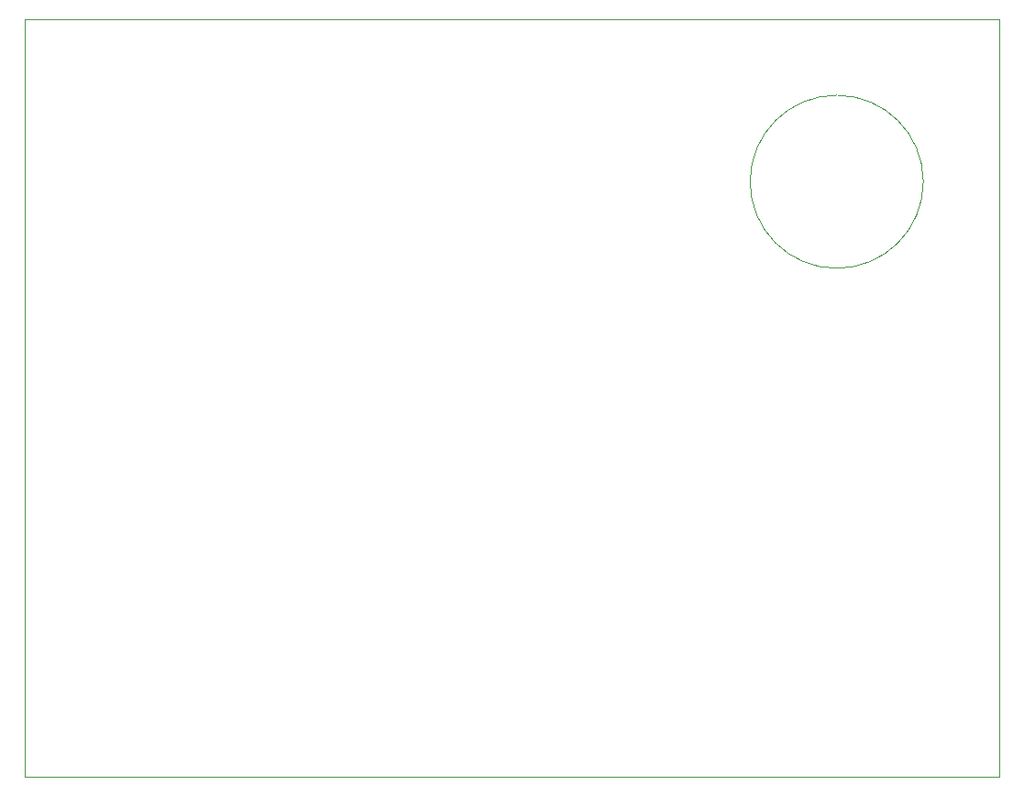
<source format=gbr>
G04 #@! TF.GenerationSoftware,KiCad,Pcbnew,5.1.5+dfsg1-2build2*
G04 #@! TF.CreationDate,2021-03-15T21:11:55-05:00*
G04 #@! TF.ProjectId,SINSONTE,53494e53-4f4e-4544-952e-6b696361645f,rev?*
G04 #@! TF.SameCoordinates,Original*
G04 #@! TF.FileFunction,Profile,NP*
%FSLAX46Y46*%
G04 Gerber Fmt 4.6, Leading zero omitted, Abs format (unit mm)*
G04 Created by KiCad (PCBNEW 5.1.5+dfsg1-2build2) date 2021-03-15 21:11:55*
%MOMM*%
%LPD*%
G04 APERTURE LIST*
%ADD10C,0.050000*%
G04 APERTURE END LIST*
D10*
X133000000Y-65000000D02*
G75*
G03X133000000Y-65000000I-8000000J0D01*
G01*
X140000000Y-50000000D02*
X140000000Y-120000000D01*
X50000000Y-120000000D02*
X140000000Y-120000000D01*
X50000000Y-50000000D02*
X140000000Y-50000000D01*
X50000000Y-50000000D02*
X50000000Y-120000000D01*
M02*

</source>
